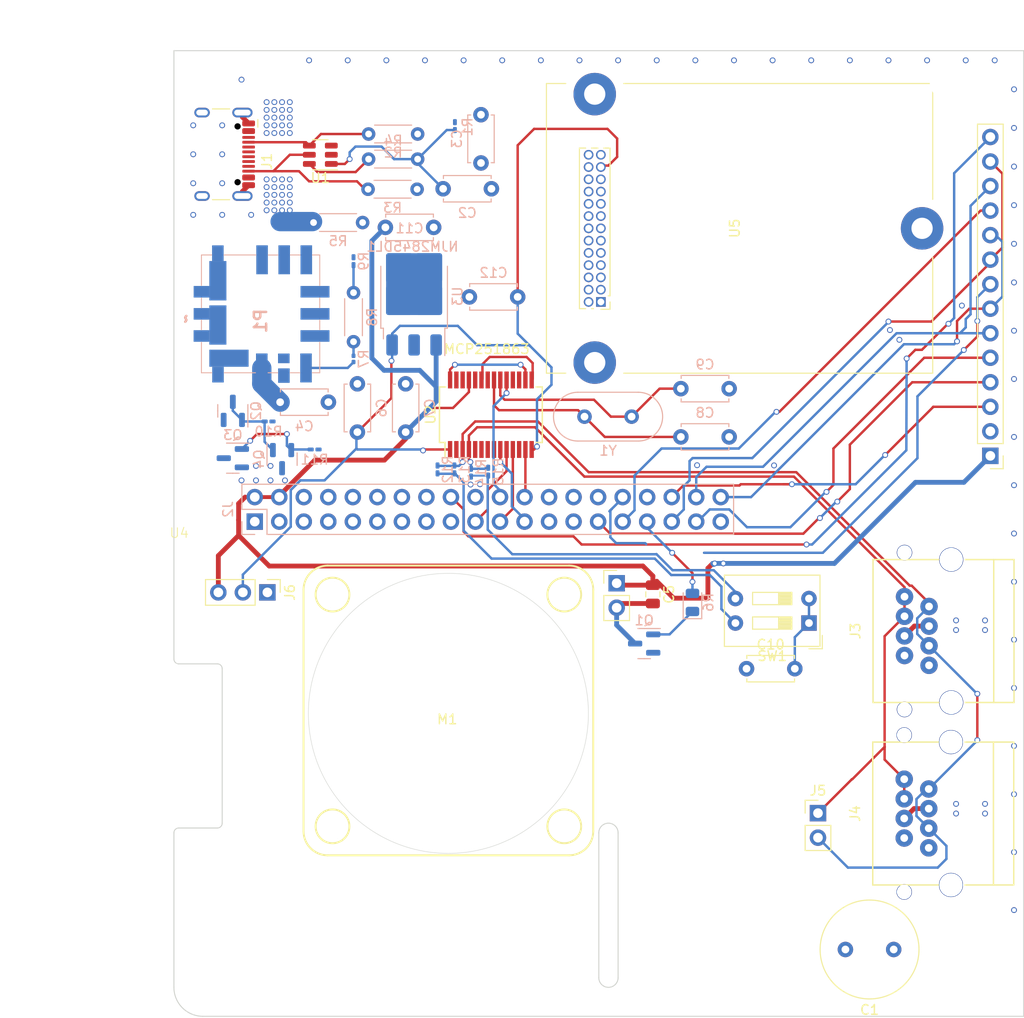
<source format=kicad_pcb>
(kicad_pcb (version 20221018) (generator pcbnew)
  (layers (0 "F.Cu" signal) (31 "B.Cu" signal) (34 "B.Paste" user) (35 "F.Paste" user) (36 "B.SilkS" user "B.Silkscreen") (37 "F.SilkS" user "F.Silkscreen") (38 "B.Mask" user) (39 "F.Mask" user) (44 "Edge.Cuts" user))
  (net 0 "")
  (net 1 "+3.3V")
  (net 2 "+5V")
  (net 3 "/GPIO2{slash}SDA1")
  (net 4 "/GPIO3{slash}SCL1")
  (net 5 "GND")
  (net 6 "/GPIO4{slash}GPCLK0")
  (net 7 "/GPIO14{slash}TXD0")
  (net 8 "/GPIO15{slash}RXD0")
  (net 9 "/GPIO17")
  (net 10 "/GPIO18{slash}PCM.CLK")
  (net 11 "/GPIO27")
  (net 12 "/GPIO22")
  (net 13 "/GPIO23")
  (net 14 "SPI0.MOSI")
  (net 15 "SPI0.MISO")
  (net 16 "INT")
  (net 17 "SPI0.SCLK")
  (net 18 "SPI0.CE0")
  (net 19 "/GPIO7{slash}SPI0.CE1")
  (net 20 "/ID_SDA")
  (net 21 "/ID_SCL")
  (net 22 "SPI1.CE0")
  (net 23 "SPI1.MOSI")
  (net 24 "SPI1.SCLK")
  (net 25 "Net-(U1-VDD)")
  (net 26 "Net-(U2-OSC1)")
  (net 27 "Net-(U2-OSC2)")
  (net 28 "Net-(C10-Pad2)")
  (net 29 "+12V")
  (net 30 "/canfd/CANH")
  (net 31 "Net-(J1-CC1)")
  (net 38 "Net-(Q1-B)")
  (net 39 "Net-(Q3-G)")
  (net 40 "Net-(U1-CFG)")
  (net 41 "Net-(R7-Pad2)")
  (net 42 "Net-(R8-Pad2)")
  (net 43 "Net-(R12-Pad1)")
  (net 44 "TXCAN")
  (net 45 "RXCAN")
  (net 52 "Net-(P1-Sence)")
  (net 53 "Net-(P1-Trim)")
  (net 54 "Net-(Q2-B)")
  (net 58 "Net-(R14-Pad1)")
  (net 59 "GPIO13{slash}PWM1")
  (net 61 "Net-(M1--)")
  (net 62 "unconnected-(J2-Pin_1-Pad1)")
  (net 63 "SPI1.CE1")
  (net 64 "D{slash}C")
  (net 65 "RESET")
  (net 66 "IRQ")
  (net 67 "LED")
  (net 68 "/canfd/CANL")
  (net 70 "Net-(J1-CC2)")
  (net 71 "SPI1.MISO")
  (footprint "Connector_PinHeader_2.54mm:PinHeader_1x03_P2.54mm_Vertical" (layer "F.Cu") (at 117.83 109.95 -90)
    (fp_text reference "J6")
    (fp_text value "Conn_01x03_Socket")
  )
  (footprint "Capacitor_THT:C_Disc_D4.7mm_W2.5mm_P5.00mm" (layer "F.Cu") (at 167.45 117.85)
    (fp_text reference "C10")
    (fp_text value "4700pF")
  )
  (footprint "akiRJ45:7810-8P8C" (layer "F.Cu") (at 186.32 132.85 90)
    (fp_text reference "J4")
    (fp_text value "RJ45")
  )
  (footprint "screw:M3" (layer "F.Cu") (at 148.6 110.2)
    (fp_text reference "S2" hide)
    (fp_text value "M3")
  )
  (footprint "pihat_cooling:fan_30mm" (layer "F.Cu") (at 136.56544 122.16736)
    (fp_text reference "M1")
    (fp_text value "Fan")
  )
  (footprint "MountingHole:MountingHole_2.7mm_M2.5" (layer "F.Cu") (at 111.65 101.35)
    (fp_text reference "MH1" hide)
    (fp_text value "MountingHole_2.7mm_M2.5" hide)
  )
  (footprint "screw:M3" (layer "F.Cu") (at 124.57494 110.17686)
    (fp_text reference "S1" hide)
    (fp_text value "M3")
  )
  (footprint "" (layer "F.Cu") (at 187.78 57.29)
    (fp_text reference "")
    (fp_text value "")
  )
  (footprint "Capacitor_THT:C_Radial_D10.0mm_H12.5mm_P5.00mm" (layer "F.Cu") (at 182.69 146.93 180)
    (fp_text reference "C1")
    (fp_text value "1000μF")
  )
  (footprint "MSP2807:MSP2807" (layer "F.Cu") (at 192.7 104.3)
    (fp_text reference "U4")
    (fp_text value "MSP2807")
  )
  (footprint "screw:M3" (layer "F.Cu") (at 124.6 134.15)
    (fp_text reference "S3" hide)
    (fp_text value "M3")
  )
  (footprint "screw:M3" (layer "F.Cu") (at 148.55 134.2)
    (fp_text reference "S4" hide)
    (fp_text value "M3")
  )
  (footprint "MountingHole:MountingHole_2.7mm_M2.5" (layer "F.Cu") (at 169.65 101.35)
    (fp_text reference "MH2" hide)
    (fp_text value "MountingHole_2.7mm_M2.5" hide)
  )
  (footprint "akiRJ45:7810-8P8C" (layer "F.Cu") (at 186.35 113.95 90)
    (fp_text reference "J3")
    (fp_text value "RJ45")
  )
  (footprint "MountingHole:MountingHole_2.7mm_M2.5" (layer "F.Cu") (at 169.65 150.35)
    (fp_text reference "MH4" hide)
    (fp_text value "MountingHole_2.7mm_M2.5" hide)
  )
  (footprint "Connector_PinHeader_2.54mm:PinHeader_1x02_P2.54mm_Vertical" (layer "F.Cu") (at 174.85 132.81)
    (fp_text reference "J5")
    (fp_text value "Conn_01x02_Socket")
  )
  (footprint "" (layer "F.Cu") (at 111.7 57.3)
    (fp_text reference "")
    (fp_text value "")
  )
  (footprint "MountingHole:MountingHole_2.7mm_M2.5" (layer "F.Cu") (at 111.65 150.35)
    (fp_text reference "MH3" hide)
    (fp_text value "MountingHole_2.7mm_M2.5" hide)
  )
  (footprint "Connector_USB:USB_C_Receptacle_HCTL_HC-TYPE-C-16P-01A" (layer "F.Cu") (at 112.14 64.58 -90)
    (fp_text reference "J1")
    (fp_text value "USB_C_Receptacle_USB2.0")
  )
  (footprint "Package_SO:SSOP-28_5.3x10.2mm_P0.65mm" (layer "F.Cu") (at 140.975 91.55 90)
    (fp_text reference "U2")
    (fp_text value "MCP251863")
  )
  (footprint "Capacitor_SMD:C_0805_2012Metric" (layer "F.Cu") (at 157.75 110.15 -90)
    (fp_text reference "C5")
    (fp_text value "100nF")
  )
  (footprint "Package_TO_SOT_SMD:SOT-23-6" (layer "F.Cu") (at 123.3125 64.63 180)
    (fp_text reference "U1")
    (fp_text value "CH221K" hide)
  )
  (footprint "interplan:IM920(IM920c_ADP)" (layer "F.Cu") (at 166.73 72.25 -90)
    (fp_text reference "U5")
    (fp_text value "IM920c_ADP_IM920conn")
  )
  (footprint "Button_Switch_THT:SW_DIP_SPSTx02_Slide_9.78x7.26mm_W7.62mm_P2.54mm" (layer "F.Cu") (at 173.9175 113.125 180)
    (fp_text reference "SW1")
    (fp_text value "SW_DIP_x02")
  )
  (footprint "" (layer "F.Cu") (at 187.77 101.32)
    (fp_text reference "")
    (fp_text value "")
  )
  (footprint "Capacitor_THT:C_Disc_D4.7mm_W2.5mm_P5.00mm" (layer "B.Cu") (at 130.05 72.15)
    (fp_text reference "C11")
    (fp_text value "0.33μF")
  )
  (footprint "Resistor_SMD:R_0201_0603Metric_Pad0.64x0.40mm_HandSolder" (layer "B.Cu") (at 126.75 75.65 90)
    (fp_text reference "R9")
    (fp_text value "10Ω")
  )
  (footprint "okL:OKLT6W12NC" (layer "B.Cu") (at 111 75.005 -90)
    (fp_text reference "P1")
    (fp_text value "~")
  )
  (footprint "Resistor_THT:R_Axial_DIN0204_L3.6mm_D1.6mm_P5.08mm_Horizontal" (layer "B.Cu") (at 126.75 83.99 90)
    (fp_text reference "R8")
    (fp_text value "330Ω")
  )
  (footprint "Resistor_THT:R_Axial_DIN0204_L3.6mm_D1.6mm_P5.08mm_Horizontal" (layer "B.Cu") (at 128.255 68.2)
    (fp_text reference "R3")
    (fp_text value "5.1kΩ")
  )
  (footprint "Package_TO_SOT_SMD:SOT-23" (layer "B.Cu") (at 156.85 115.25 180)
    (fp_text reference "Q1")
    (fp_text value "MMBT3904")
  )
  (footprint "Resistor_SMD:R_0201_0603Metric_Pad0.64x0.40mm_HandSolder" (layer "B.Cu") (at 137.25 61.66 -90)
    (fp_text reference "R1")
    (fp_text value "1kΩ")
  )
  (footprint "Capacitor_THT:C_Disc_D4.7mm_W2.5mm_P5.00mm" (layer "B.Cu") (at 143.75 79.35 180)
    (fp_text reference "C12")
    (fp_text value "2.2µF ")
  )
  (footprint "Resistor_SMD:R_0201_0603Metric_Pad0.64x0.40mm_HandSolder" (layer "B.Cu") (at 137.2 97.2175 90)
    (fp_text reference "R13")
    (fp_text value "120Ω")
  )
  (footprint "Package_TO_SOT_SMD:TO-252-3_TabPin2" (layer "B.Cu") (at 133.025 79.285 90)
    (fp_text reference "U3")
    (fp_text value "NJM2845DL1")
  )
  (footprint "Resistor_SMD:R_0201_0603Metric_Pad0.64x0.40mm_HandSolder" (layer "B.Cu") (at 138.92 97.55 90)
    (fp_text reference "R14")
    (fp_text value "120Ω")
  )
  (footprint "Diode_SMD:D_0805_2012Metric" (layer "B.Cu") (at 161.85 110.9875 90)
    (fp_text reference "R6")
    (fp_text value "100")
  )
  (footprint "Resistor_SMD:R_0201_0603Metric" (layer "B.Cu") (at 126.75 85.77 90)
    (fp_text reference "R7")
    (fp_text value "1kΩ")
  )
  (footprint "Resistor_THT:R_Axial_DIN0204_L3.6mm_D1.6mm_P5.08mm_Horizontal" (layer "B.Cu") (at 122.61 71.65)
    (fp_text reference "R5")
    (fp_text value "20KΩ")
  )
  (footprint "Resistor_THT:R_Axial_DIN0204_L3.6mm_D1.6mm_P5.08mm_Horizontal" (layer "B.Cu") (at 128.31 62.48)
    (fp_text reference "R2")
    (fp_text value "5.1kΩ")
  )
  (footprint "Capacitor_THT:C_Disc_D4.7mm_W2.5mm_P5.00mm" (layer "B.Cu") (at 132.15 93.35 90)
    (fp_text reference "C7")
    (fp_text value "0.1μF")
  )
  (footprint "Capacitor_THT:C_Disc_D4.7mm_W2.5mm_P5.00mm" (layer "B.Cu") (at 136.03 68.15)
    (fp_text reference "C2")
    (fp_text value "1μF")
  )
  (footprint "Package_TO_SOT_SMD:SOT-23" (layer "B.Cu") (at 119.35 96.15 -90)
    (fp_text reference "Q4")
    (fp_text value "MMBT3906")
  )
  (footprint "Capacitor_THT:C_Disc_D4.7mm_W2.5mm_P5.00mm" (layer "B.Cu") (at 127.15 93.35 90)
    (fp_text reference "C6")
    (fp_text value "0.1μF")
  )
  (footprint "Resistor_SMD:R_0201_0603Metric_Pad0.64x0.40mm_HandSolder" (layer "B.Cu") (at 140.7 97.45 90)
    (fp_text reference "R15")
    (fp_text value "120Ω")
  )
  (footprint "Package_TO_SOT_SMD:SOT-23" (layer "B.Cu") (at 114.25 96.05 180)
    (fp_text reference "Q3")
    (fp_text value "SSM3J332R")
  )
  (footprint "Resistor_SMD:R_0201_0603Metric_Pad0.64x0.40mm_HandSolder" (layer "B.Cu") (at 135.45 97.2175 90)
    (fp_text reference "R12")
    (fp_text value "120Ω")
  )
  (footprint "Resistor_SMD:R_0201_0603Metric_Pad0.64x0.40mm_HandSolder" (layer "B.Cu") (at 122.7175 95.15)
    (fp_text reference "R11")
    (fp_text value "10KΩ")
  )
  (footprint "Crystal:Crystal_HC49-U_Vertical" (layer "B.Cu") (at 150.67 91.75)
    (fp_text reference "Y1")
    (fp_text value "4MHz")
  )
  (footprint "Capacitor_THT:C_Disc_D4.7mm_W2.5mm_P5.00mm" (layer "B.Cu") (at 165.65 93.85 180)
    (fp_text reference "C8")
    (fp_text value "22pF")
  )
  (footprint "Capacitor_THT:C_Disc_D4.7mm_W2.5mm_P5.00mm" (layer "B.Cu") (at 139.95 60.48 -90)
    (fp_text reference "C3")
    (fp_text value "0.1μF")
  )
  (footprint "Capacitor_THT:C_Disc_D4.7mm_W2.5mm_P5.00mm" (layer "B.Cu") (at 119.15 90.25)
    (fp_text reference "C4")
    (fp_text value "10μF")
  )
  (footprint "Resistor_SMD:R_0201_0603Metric_Pad0.64x0.40mm_HandSolder" (layer "B.Cu") (at 117.95 92.25)
    (fp_text reference "R10")
    (fp_text value "10KΩ")
  )
  (footprint "Connector_PinSocket_2.54mm:PinSocket_2x20_P2.54mm_Vertical" (layer "B.Cu") (at 116.52 102.62 -90)
    (fp_text reference "J2")
    (fp_text value "GPIO")
  )
  (footprint "Resistor_THT:R_Axial_DIN0204_L3.6mm_D1.6mm_P5.08mm_Horizontal" (layer "B.Cu") (at 133.39 65.08 180)
    (fp_text reference "R4")
    (fp_text value "47kΩ")
  )
  (footprint "Package_TO_SOT_SMD:SOT-23" (layer "B.Cu") (at 114.25 91.15 90)
    (fp_text reference "Q2")
    (fp_text value "MMBT3906")
  )
  (footprint "Capacitor_THT:C_Disc_D4.7mm_W2.5mm_P5.00mm" (layer "B.Cu") (at 165.65 88.85 180)
    (fp_text reference "C9")
    (fp_text value "22pF")
  )
  (gr_line (start 108.15 134.85) (end 108.15 150.85) (stroke (width 0.1)) (layer "Edge.Cuts"))
  (gr_line (start 113.15 117.85) (end 113.15 133.85) (stroke (width 0.1)) (layer "Edge.Cuts"))
  (gr_arc (start 154.15 149.85) (mid 153.15 150.85) (end 152.15 149.85) (stroke (width 0.1)) (layer "Edge.Cuts"))
  (gr_arc (start 152.15 134.85) (mid 153.15 133.85) (end 154.15 134.85) (stroke (width 0.1)) (layer "Edge.Cuts"))
  (gr_line (start 108.65 117.35) (end 112.65 117.35) (stroke (width 0.1)) (layer "Edge.Cuts"))
  (gr_circle (center 136.57494 122.47686) (end 151.07494 122.47686) (stroke (width 0.05)) (fill none) (layer "Edge.Cuts"))
  (gr_arc (start 108.65 117.35) (mid 108.296447 117.203553) (end 108.15 116.85) (stroke (width 0.1)) (layer "Edge.Cuts"))
  (gr_arc (start 112.65 117.35) (mid 113.003548 117.496452) (end 113.15 117.85) (stroke (width 0.1)) (layer "Edge.Cuts"))
  (gr_line (start 108.15 53.85) (end 196.15 53.85) (stroke (width 0.1)) (layer "Edge.Cuts"))
  (gr_arc (start 111.15 153.85) (mid 109.02868 152.97132) (end 108.15 150.85) (stroke (width 0.1)) (layer "Edge.Cuts"))
  (gr_line (start 154.15 134.85) (end 154.15 149.85) (stroke (width 0.1)) (layer "Edge.Cuts"))
  (gr_arc (start 113.15 133.85) (mid 113.003553 134.203553) (end 112.65 134.35) (stroke (width 0.1)) (layer "Edge.Cuts"))
  (gr_line (start 108.15 116.85) (end 108.15 53.85) (stroke (width 0.1)) (layer "Edge.Cuts"))
  (gr_line (start 196.15 153.85) (end 111.15 153.85) (stroke (width 0.1)) (layer "Edge.Cuts"))
  (gr_line (start 196.15 153.85) (end 196.15 53.85) (stroke (width 0.1)) (layer "Edge.Cuts"))
  (gr_line (start 152.15 149.85) (end 152.15 134.85) (stroke (width 0.1)) (layer "Edge.Cuts"))
  (gr_arc (start 108.15 134.85) (mid 108.296138 134.496755) (end 108.649127 134.350001) (stroke (width 0.1)) (layer "Edge.Cuts"))
  (gr_line (start 112.65 134.35) (end 108.65 134.35) (stroke (width 0.1)) (layer "Edge.Cuts"))
  (segment (start 130.68 86.11) (end 130.68 85.97) (width 0.25) (layer "F.Cu") (net 1))
  (segment (start 145.45 95.15) (end 145.2 95.15) (width 0.25) (layer "F.Cu") (net 1))
  (segment (start 130.67 89.83) (end 130.67 86.1) (width 0.25) (layer "F.Cu") (net 1))
  (segment (start 152.515 65.75) (end 153.15 65.75) (width 0.25) (layer "F.Cu") (net 1))
  (segment (start 143.75 63.65) (end 143.75 79.35) (width 0.25) (layer "F.Cu") (net 1))
  (segment (start 145.45 61.95) (end 143.75 63.65) (width 0.25) (layer "F.Cu") (net 1))
  (segment (start 127.15 93.35) (end 130.67 89.83) (width 0.25) (layer "F.Cu") (net 1))
  (segment (start 130.54 85.97) (end 130.64 86.07) (width 0.25) (layer "F.Cu") (net 1))
  (segment (start 130.68 85.97) (end 130.54 85.97) (width 0.25) (layer "F.Cu") (net 1))
  (segment (start 153.05 61.95) (end 145.45 61.95) (width 0.25) (layer "F.Cu") (net 1))
  (segment (start 133.95 95.25) (end 134.05 95.15) (width 0.25) (layer "F.Cu") (net 1))
  (segment (start 130.67 86.1) (end 130.68 86.11) (width 0.25) (layer "F.Cu") (net 1))
  (segment (start 153.15 65.75) (end 154.05 64.85) (width 0.25) (layer "F.Cu") (net 1))
  (segment (start 152.365 65.9) (end 152.515 65.75) (width 0.25) (layer "F.Cu") (net 1))
  (segment (start 145.75 94.85) (end 145.45 95.15) (width 0.25) (layer "F.Cu") (net 1))
  (segment (start 154.05 64.85) (end 154.05 62.95) (width 0.25) (layer "F.Cu") (net 1))
  (segment (start 154.05 62.95) (end 153.05 61.95) (width 0.25) (layer "F.Cu") (net 1))
  (segment (start 134.05 95.15) (end 136.75 95.15) (width 0.25) (layer "F.Cu") (net 1))
  (via (at 130.68 85.97) (size 0.6) (drill 0.4) (layers "F.Cu" "B.Cu") (net 1))
  (via (at 133.95 95.25) (size 0.6) (drill 0.4) (layers "F.Cu" "B.Cu") (net 1))
  (via (at 145.75 94.85) (size 0.6) (drill 0.4) (layers "F.Cu" "B.Cu") (net 1))
  (segment (start 147.25 88.45) (end 147.25 86.65) (width 0.25) (layer "B.Cu") (net 1))
  (segment (start 139.55 84.35) (end 137.55 82.35) (width 0.25) (layer "B.Cu") (net 1))
  (segment (start 130.75 84.32) (end 130.745 84.325) (width 0.25) (layer "B.Cu") (net 1))
  (segment (start 147.25 86.65) (end 144.95 84.35) (width 0.25) (layer "B.Cu") (net 1))
  (segment (start 123.75 98.35) (end 127.05 95.05) (width 0.25) (layer "B.Cu") (net 1))
  (segment (start 145.75 94.85) (end 145.75 89.95) (width 0.25) (layer "B.Cu") (net 1))
  (segment (start 144.95 84.35) (end 139.55 84.35) (width 0.25) (layer "B.Cu") (net 1))
  (segment (start 127.15 95.15) (end 133.85 95.15) (width 0.25) (layer "B.Cu") (net 1))
  (segment (start 133.85 95.15) (end 133.95 95.25) (width 0.25) (layer "B.Cu") (net 1))
  (segment (start 143.75 83.15) (end 145.05 84.45) (width 0.25) (layer "B.Cu") (net 1))
  (segment (start 120.25 103.15) (end 120.25 99.35) (width 0.25) (layer "B.Cu") (net 1))
  (segment (start 127.05 95.05) (end 127.15 95.15) (width 0.25) (layer "B.Cu") (net 1))
  (segment (start 115.29 108.11) (end 120.25 103.15) (width 0.25) (layer "B.Cu") (net 1))
  (segment (start 131.55 82.35) (end 130.75 83.15) (width 0.25) (layer "B.Cu") (net 1))
  (segment (start 143.75 79.35) (end 143.75 83.15) (width 0.25) (layer "B.Cu") (net 1))
  (segment (start 130.68 85.97) (end 130.745 85.905) (width 0.25) (layer "B.Cu") (net 1))
  (segment (start 115.29 109.95) (end 115.29 108.11) (width 0.25) (layer "B.Cu") (net 1))
  (segment (start 130.745 85.905) (end 130.745 84.325) (width 0.25) (layer "B.Cu") (net 1))
  (segment (start 145.75 89.95) (end 147.25 88.45) (width 0.25) (layer "B.Cu") (net 1))
  (segment (start 121.25 98.35) (end 123.75 98.35) (width 0.25) (layer "B.Cu") (net 1))
  (segment (start 120.25 99.35) (end 121.25 98.35) (width 0.25) (layer "B.Cu") (net 1))
  (segment (start 127.05 95.05) (end 127.05 93.45) (width 0.25) (layer "B.Cu") (net 1))
  (segment (start 130.75 83.15) (end 130.75 84.32) (width 0.25) (layer "B.Cu") (net 1))
  (segment (start 137.55 82.35) (end 131.55 82.35) (width 0.25) (layer "B.Cu") (net 1))
  (segment (start 132.15 94.05) (end 129.95 96.25) (width 0.5) (layer "F.Cu") (net 2))
  (segment (start 122.75 96.25) (end 119.06 99.94) (width 0.5) (layer "F.Cu") (net 2))
  (segment (start 115.52 100.08) (end 114.85 100.75) (width 0.5) (layer "F.Cu") (net 2))
  (segment (start 114.85 104.05) (end 118.02 107.22) (width 0.5) (layer "F.Cu") (net 2))
  (segment (start 116.52 100.08) (end 119.06 100.08) (width 0.4) (layer "F.Cu") (net 2))
  (segment (start 132.15 93.35) (end 132.15 94.05) (width 0.25) (layer "F.Cu") (net 2))
  (segment (start 138.7 89.2) (end 138.7 87.95) (width 0.25) (layer "F.Cu") (net 2))
  (segment (start 119.06 99.94) (end 119.06 100.08) (width 0.5) (layer "F.Cu") (net 2))
  (segment (start 137.05 90.85) (end 138.7 89.2) (width 0.25) (layer "F.Cu") (net 2))
  (segment (start 114.85 102.45) (end 114.85 104.05) (width 0.5) (layer "F.Cu") (net 2))
  (segment (start 163.45 110.55) (end 159.9 110.55) (width 0.5) (layer "F.Cu") (net 2))
  (segment (start 158.15 108.8) (end 157.75 109.2) (width 0.5) (layer "F.Cu") (net 2))
  (segment (start 114.85 100.75) (end 114.85 102.45) (width 0.5) (layer "F.Cu") (net 2))
  (segment (start 129.95 96.25) (end 122.75 96.25) (width 0.5) (layer "F.Cu") (net 2))
  (segment (start 119.06 100.08) (end 119.12 100.08) (width 0.25) (layer "F.Cu") (net 2))
  (segment (start 157.75 109.2) (end 154.2 109.2) (width 0.5) (layer "F.Cu") (net 2))
  (segment (start 157.75 108.25) (end 157.75 108.7) (width 0.5) (layer "F.Cu") (net 2))
  (segment (start 116.52 100.08) (end 115.52 100.08) (width 0.25) (layer "F.Cu") (net 2))
  (segment (start 154.2 109.2) (end 154 109) (width 0.25) (layer "F.Cu") (net 2))
  (segment (start 134.65 90.85) (end 137.05 90.85) (width 0.25) (layer "F.Cu") (net 2))
  (segment (start 118.02 107.22) (end 156.72 107.22) (width 0.5) (layer "F.Cu") (net 2))
  (segment (start 132.15 93.35) (end 134.65 90.85) (width 0.25) (layer "F.Cu") (net 2))
  (segment (start 114.85 104.05) (end 112.75 106.15) (width 0.5) (layer "F.Cu") (net 2))
  (segment (start 159.9 110.55) (end 158.15 108.8) (width 0.5) (layer "F.Cu") (net 2))
  (segment (start 163.45 107.45) (end 163.45 110.55) (width 0.5) (layer "F.Cu") (net 2))
  (segment (start 163.95 106.95) (end 163.45 107.45) (width 0.5) (layer "F.Cu") (net 2))
  (segment (start 112.75 106.15) (end 112.75 109.95) (width 0.5) (layer "F.Cu") (net 2))
  (segment (start 156.72 107.22) (end 157.75 108.25) (width 0.5) (layer "F.Cu") (net 2))
  (via (at 118.15 98.35) (size 0.6) (drill 0.4) (layers "F.Cu" "B.Cu") (net 2))
  (via (at 165.05 106.95) (size 0.6) (drill 0.4) (layers "F.Cu" "B.Cu") (net 2))
  (via (at 119.65 98.35) (size 0.6) (drill 0.4) (layers "F.Cu" "B.Cu") (net 2))
  (via (at 118.15 96.85) (size 0.6) (drill 0.4) (layers "F.Cu" "B.Cu") (net 2))
  (via (at 164.15 106.95) (size 0.6) (drill 0.4) (layers "F.Cu" "B.Cu") (net 2))
  (via (at 116.65 98.35) (size 0.6) (drill 0.4) (layers "F.Cu" "B.Cu") (net 2))
  (via (at 116.65 96.85) (size 0.6) (drill 0.4) (layers "F.Cu" "B.Cu") (net 2))
  (via (at 115.15 98.35) (size 0.6) (drill 0.4) (layers "F.Cu" "B.Cu") (net 2))
  (segment (start 135.305 88.65) (end 133.605 86.95) (width 0.5) (layer "B.Cu") (net 2))
  (segment (start 128.65 85.69) (end 128.65 73.55) (width 0.5) (layer "B.Cu") (net 2))
  (segment (start 133.605 86.95) (end 129.91 86.95) (width 0.5) (layer "B.Cu") (net 2))
  (segment (start 189.96 98.55) (end 192.7 95.81) (width 0.5) (layer "B.Cu") (net 2))
  (segment (start 132.15 93.35) (end 135.305 90.195) (width 0.5) (layer "B.Cu") (net 2))
  (segment (start 128.65 73.55) (end 130.05 72.15) (width 0.5) (layer "B.Cu") (net 2))
  (segment (start 129.91 86.95) (end 128.65 85.69) (width 0.5) (layer "B.Cu") (net 2))
  (segment (start 184.95 98.55) (end 189.96 98.55) (width 0.5) (layer "B.Cu") (net 2))
  (segment (start 164.15 106.95) (end 165.05 106.95) (width 0.5) (layer "B.Cu") (net 2))
  (segment (start 135.305 90.195) (end 135.305 84.325) (width 0.5) (layer "B.Cu") (net 2))
  (segment (start 176.55 106.95) (end 184.95 98.55) (width 0.5) (layer "B.Cu") (net 2))
  (segment (start 164.05 107.05) (end 164.15 106.95) (width 0.5) (layer "B.Cu") (net 2))
  (segment (start 163.95 106.95) (end 164.05 107.05) (width 0.5) (layer "B.Cu") (net 2))
  (segment (start 165.05 106.95) (end 176.55 106.95) (width 0.5) (layer "B.Cu") (net 2))
  (segment (start 115.255 68.9) (end 115.255 68.42) (width 0.5) (layer "F.Cu") (net 5))
  (segment (start 115.255 60.74) (end 115.895 61.38) (width 0.5) (layer "F.Cu") (net 5))
  (segment (start 115.255 60.26) (end 115.255 60.74) (width 0.5) (layer "F.Cu") (net 5))
  (segment (start 115.255 68.42) (end 115.895 67.78) (width 0.5) (layer "F.Cu") (net 5))
  (via (at 113.15 64.58) (size 0.6) (drill 0.4) (layers "F.Cu" "B.Cu") (net 5))
  (via (at 113.15 67.58) (size 0.6) (drill 0.4) (layers "F.Cu" "B.Cu") (net 5))
  (via (at 138.87 98.78) (size 0.6) (drill 0.4) (layers "F.Cu" "B.Cu") (net 5))
  (via (at 182.3 82.78) (size 0.6) (drill 0.4) (layers "F.Cu" "B.Cu") (net 5))
  (via (at 110.15 61.58) (size 0.6) (drill 0.4) (layers "F.Cu" "B.Cu") (net 5))
  (via (at 139.85 98.75) (size 0.6) (drill 0.4) (layers "F.Cu" "B.Cu") (net 5))
  (via (at 110.15 67.58) (size 0.6) (drill 0.4) (layers "F.Cu" "B.Cu") (net 5))
  (via (at 115.15 56.85) (size 0.6) (drill 0.4) (layers "F.Cu" "B.Cu") (net 5))
  (via (at 113.15 61.58) (size 0.6) (drill 0.4) (layers "F.Cu" "B.Cu") (net 5))
  (via (at 170.3 96.8) (size 0.6) (drill 0.4) (layers "F.Cu" "B.Cu") (net 5))
  (via (at 162.33 96.78) (size 0.6) (drill 0.4) (layers "F.Cu" "B.Cu") (net 5))
  (via (at 110.15 64.58) (size 0.6) (drill 0.4) (layers "F.Cu" "B.Cu") (net 5))
  (via (at 189.75 80.25) (size 0.6) (drill 0.4) (layers "F.Cu" "B.Cu") (net 5))
  (via (at 183.28 83.79) (size 0.6) (drill 0.4) (layers "F.Cu" "B.Cu") (net 5))
  (segment (start 140.65 101.35) (end 139.38 102.62) (width 0.25) (layer "F.Cu") (net 14))
  (segment (start 142.6 95.15) (end 142.6 97.4) (width 0.25) (layer "F.Cu") (net 14))
  (segment (start 142.6 97.4) (end 140.65 99.35) (width 0.25) (layer "F.Cu") (net 14))
  (segment (start 140.65 99.35) (end 140.65 101.35) (width 0.25) (layer "F.Cu") (net 14))
  (segment (start 141.92 102.62) (end 143.25 101.29) (width 0.25) (layer "F.Cu") (net 15))
  (segment (start 143.25 101.29) (end 143.25 98.25) (width 0.25) (layer "F.Cu") (net 15))
  (segment (start 143.25 95.15) (end 143.25 97.45) (width 0.25) (layer "F.Cu") (net 15))
  (segment (start 143.25 98.25) (end 143.25 97.45) (width 0.25) (layer "F.Cu") (net 15))
  (segment (start 142.6 89.3075) (end 142.6 87.95) (width 0.25) (layer "F.Cu") (net 16))
  (via (at 142.6 89.3075) (size 0.6) (drill 0.4) (layers "F.Cu" "B.Cu") (net 16))
  (segment (start 141.25 98.7175) (end 141.85 99.3175) (width 0.25) (layer "B.Cu") (net 16))
  (segment (start 141.25 90.6575) (end 141.25 98.7175) (width 0.25) (layer "B.Cu") (net 16))
  (segment (start 142.6 89.3075) (end 141.25 90.6575) (width 0.25) (layer "B.Cu") (net 16))
  (segment (start 141.95 95.15) (end 141.95 96.45) (width 0.25) (layer "F.Cu") (net 17))
  (via (at 141.95 96.45) (size 0.6) (drill 0.4) (layers "F.Cu" "B.Cu") (net 17))
  (segment (start 143.15 97.65) (end 141.95 96.45) (width 0.25) (layer "B.Cu") (net 17))
  (segment (start 144.46 102.36) (end 143.35 101.25) (width 0.25) (layer "B.Cu") (net 17))
  (segment (start 143.15 101.05) (end 143.15 97.65) (width 0.25) (layer "B.Cu") (net 17))
  (segment (start 144.46 102.62) (end 144.46 102.36) (width 0.25) (layer "B.Cu") (net 17))
  (segment (start 143.35 101.25) (end 143.15 101.05) (width 0.25) (layer "B.Cu") (net 17))
  (segment (start 144.55 99.99) (end 144.46 100.08) (width 0.25) (layer "F.Cu") (net 18))
  (segment (start 144.55 95.15) (end 144.55 99.99) (width 0.25) (layer "F.Cu") (net 18))
  (segment (start 160.9 98.88) (end 159.7 100.08) (width 0.25) (layer "F.Cu") (net 22))
  (segment (start 172.15 98.75) (end 166.85 98.75) (width 0.25) (layer "F.Cu") (net 22))
  (segment (start 192.7 90.73) (end 186.79 90.73) (width 0.25) (layer "F.Cu") (net 22))
  (segment (start 166.85 98.75) (end 166.72 98.88) (width 0.25) (layer "F.Cu") (net 22))
  (segment (start 186.75 90.78) (end 181.81 95.72) (width 0.25) (layer "F.Cu") (net 22))
  (segment (start 186.79 90.73) (end 186.75 90.77) (width 0.25) (layer "F.Cu") (net 22))
  (segment (start 166.72 98.88) (end 160.9 98.88) (width 0.25) (layer "F.Cu") (net 22))
  (segment (start 172.15 98.75) (end 171.25 98.75) (width 0.25) (layer "F.Cu") (net 22))
  (segment (start 186.75 90.77) (end 186.75 90.78) (width 0.25) (layer "F.Cu") (net 22))
  (via (at 181.81 95.72) (size 0.6) (drill 0.4) (layers "F.Cu" "B.Cu") (net 22))
  (via (at 172.15 98.75) (size 0.6) (drill 0.4) (layers "F.Cu" "B.Cu") (net 22))
  (segment (start 172.15 98.75) (end 178.75 98.75) (width 0.25) (layer "B.Cu") (net 22))
  (segment (start 181.81 95.72) (end 181.81 95.69) (width 0.25) (layer "B.Cu") (net 22))
  (segment (start 181.78 95.72) (end 181.81 95.72) (width 0.25) (layer "B.Cu") (net 22))
  (segment (start 178.75 98.75) (end 181.78 95.72) (width 0.25) (layer "B.Cu") (net 22))
  (segment (start 162.24 98.01) (end 162.24 100.08) (width 0.25) (layer "B.Cu") (net 23))
  (segment (start 190.15 81.65) (end 190.15 82.51) (width 0.25) (layer "B.Cu") (net 23))
  (segment (start 163.31 96.94) (end 162.24 98.01) (width 0.25) (layer "B.Cu") (net 23))
  (segment (start 169.16 96.94) (end 163.31 96.94) (width 0.25) (layer "B.Cu") (net 23))
  (segment (start 190.65 81.15) (end 190.15 81.65) (width 0.25) (layer "B.Cu") (net 23))
  (segment (start 190.65 69.92) (end 190.65 81.15) (width 0.25) (layer "B.Cu") (net 23))
  (segment (start 182.99 83.11) (end 169.16 96.94) (width 0.25) (layer "B.Cu") (net 23))
  (segment (start 189.55 83.11) (end 182.99 83.11) (width 0.25) (layer "B.Cu") (net 23))
  (segment (start 192.7 83.11) (end 189.55 83.11) (width 0.25) (layer "B.Cu") (net 23))
  (segment (start 190.15 82.51) (end 189.55 83.11) (width 0.25) (layer "B.Cu") (net 23))
  (segment (start 192.7 67.87) (end 190.65 69.92) (width 0.25) (layer "B.Cu") (net 23))
  (segment (start 189.25 83.95) (end 189.25 81.85) (width 0.25) (layer "F.Cu") (net 24))
  (segment (start 190.53 80.57) (end 192.7 80.57) (width 0.25) (layer "F.Cu") (net 24))
  (segment (start 189.25 81.85) (end 190.53 80.57) (width 0.25) (layer "F.Cu") (net 24))
  (via (at 189.25 83.95) (size 0.6) (drill 0.4) (layers "F.Cu" "B.Cu") (net 24))
  (segment (start 188.95 84.25) (end 183.75 84.25) (width 0.25) (layer "B.Cu") (net 24))
  (segment (start 193.95 79.32) (end 192.7 80.57) (width 0.25) (layer "B.Cu") (net 24))
  (segment (start 189.25 83.95) (end 188.95 84.25) (width 0.25) (layer "B.Cu") (net 24))
  (segment (start 193.25 72.95) (end 193.95 73.65) (width 0.25) (layer "B.Cu") (net 24))
  (segment (start 167.92 100.08) (end 164.78 100.08) (width 0.25) (layer "B.Cu") (net 24))
  (segment (start 183.75 84.25) (end 167.92 100.08) (width 0.25) (layer "B.Cu") (net 24))
  (segment (start 192.7 72.95) (end 193.25 72.95) (width 0.25) (layer "B.Cu") (net 24))
  (segment (start 193.95 73.65) (end 193.95 79.32) (width 0.25) (layer "B.Cu") (net 24))
  (segment (start 135.65 67.78) (end 136.05 67.78) (width 0.25) (layer "F.Cu") (net 25))
  (segment (start 126.35 65.08) (end 125.85 65.58) (width 0.25) (layer "F.Cu") (net 25))
  (segment (start 133.39 65.08) (end 133.39 65.52) (width 0.25) (layer "F.Cu") (net 25))
  (segment (start 125.85 65.58) (end 124.45 65.58) (width 0.25) (layer "F.Cu") (net 25))
  (via (at 126.35 65.08) (size 0.6) (drill 0.4) (layers "F.Cu" "B.Cu") (net 25))
  (segment (start 136.05 68.17) (end 136.05 68.18) (width 0.25) (layer "B.Cu") (net 25))
  (segment (start 133.39 65.08) (end 136.4025 62.0675) (width 0.25) (layer "B.Cu") (net 25))
  (segment (start 126.95 63.78) (end 129.65 63.78) (width 0.25) (layer "B.Cu") (net 25))
  (segment (start 130.95 65.08) (end 133.39 65.08) (width 0.25) (layer "B.Cu") (net 25))
  (segment (start 136.4025 62.0675) (end 137.25 62.0675) (width 0.25) (layer "B.Cu") (net 25))
  (segment (start 126.35 64.38) (end 126.95 63.78) (width 0.25) (layer "B.Cu") (net 25))
  (segment (start 126.35 65.08) (end 126.35 64.38) (width 0.25) (layer "B.Cu") (net 25))
  (segment (start 137.25 62.0675) (end 137.17 61.9875) (width 0.25) (layer "B.Cu") (net 25))
  (segment (start 133.39 65.51) (end 136.05 68.17) (width 0.25) (layer "B.Cu") (net 25))
  (segment (start 133.39 65.08) (end 133.39 65.51) (width 0.25) (layer "B.Cu") (net 25))
  (segment (start 129.65 63.78) (end 130.95 65.08) (width 0.25) (layer "B.Cu") (net 25))
  (segment (start 141.3 90.57) (end 141.81 91.08) (width 0.25) (layer "F.Cu") (net 26))
  (segment (start 150 91.08) (end 150.67 91.75) (width 0.25) (layer "F.Cu") (net 26))
  (segment (start 141.81 91.08) (end 150 91.08) (width 0.25) (layer "F.Cu") (net 26))
  (segment (start 152.77 93.85) (end 150.67 91.75) (width 0.25) (layer "F.Cu") (net 26))
  (segment (start 141.3 87.95) (end 141.3 90.57) (width 0.25) (layer "F.Cu") (net 26))
  (segment (start 160.65 93.85) (end 152.77 93.85) (width 0.25) (layer "F.Cu") (net 26))
  (segment (start 160.53 93.73) (end 160.65 93.85) (width 0.25) (layer "F.Cu") (net 26))
  (segment (start 141.95 89.55) (end 141.95 87.95) (width 0.25) (layer "F.Cu") (net 27))
  (segment (start 142.4 90) (end 141.95 89.55) (width 0.25) (layer "F.Cu") (net 27))
  (segment (start 153.4 91.75) (end 155.55 91.75) (width 0.25) (layer "F.Cu") (net 27))
  (segment (start 155.55 91.75) (end 158.45 88.85) (width 0.25) (layer "F.Cu") (net 27))
  (segment (start 158.45 88.85) (end 160.65 88.85) (width 0.25) (layer "F.Cu") (net 27))
  (segment (start 151.65 90) (end 142.4 90) (width 0.25) (layer "F.Cu") (net 27))
  (segment (start 151.65 90) (end 153.4 91.75) (width 0.25) (layer "F.Cu") (net 27))
  (segment (start 172.45 117.55) (end 172.45 114.5925) (width 0.25) (layer "B.Cu") (net 28))
  (segment (start 172.45 114.5925) (end 173.9175 113.125) (width 0.25) (layer "B.Cu") (net 28))
  (segment (start 173.9175 113.125) (end 173.9175 110.585) (width 0.25) (layer "B.Cu") (net 28))
  (segment (start 184.826 113.442) (end 183.81 114.458) (width 0.5) (layer "F.Cu") (net 29))
  (segment (start 186.32 132.342) (end 184.796 132.342) (width 0.5) (layer "F.Cu") (net 29))
  (segment (start 186.35 113.442) (end 184.826 113.442) (width 0.5) (layer "F.Cu") (net 29))
  (segment (start 184.796 132.342) (end 183.78 133.358) (width 0.5) (layer "F.Cu") (net 29))
  (via (at 195.15 103.85) (size 0.6) (drill 0.4) (layers "F.Cu" "B.Cu") (net 29))
  (via (at 195.15 65.85) (size 0.6) (drill 0.4) (layers "F.Cu" "B.Cu") (net 29))
  (via (at 195.15 82.85) (size 0.6) (drill 0.4) (layers "F.Cu" "B.Cu") (net 29))
  (via (at 195.15 77.85) (size 0.6) (drill 0.4) (layers "F.Cu" "B.Cu") (net 29))
  (via (at 189.15 132.85) (size 0.6) (drill 0.4) (layers "F.Cu" "B.Cu") (net 29))
  (via (at 134.15 54.85) (size 0.6) (drill 0.4) (layers "F.Cu" "B.Cu") (net 29))
  (via (at 195.15 114.85) (size 0.6) (drill 0.4) (layers "F.Cu" "B.Cu") (net 29))
  (via (at 118.55 67.18) (size 0.6) (drill 0.4) (layers "F.Cu" "B.Cu") (net 29))
  (via (at 119.35 70.38) (size 0.6) (drill 0.4) (layers "F.Cu" "B.Cu") (net 29))
  (via (at 174.15 54.85) (size 0.6) (drill 0.4) (layers "F.Cu" "B.Cu") (net 29))
  (via (at 120.15 68.78) (size 0.6) (drill 0.4) (layers "F.Cu" "B.Cu") (net 29))
  (via (at 195.15 98.85) (size 0.6) (drill 0.4) (layers "F.Cu" "B.Cu") (net 29))
  (via (at 118.55 61.58) (size 0.6) (drill 0.4) (layers "F.Cu" "B.Cu") (net 29))
  (via (at 116.15 70.85) (size 0.6) (drill 0.4) (layers "F.Cu" "B.Cu") (net 29))
  (via (at 182.15 54.85) (size 0.6) (drill 0.4) (layers "F.Cu" "B.Cu") (net 29))
  (via (at 195.15 119.85) (size 0.6) (drill 0.4) (layers "F.Cu" "B.Cu") (net 29))
  (via (at 120.15 60.78) (size 0.6) (drill 0.4) (layers "F.Cu" "B.Cu") (net 29))
  (via (at 142.15 54.85) (size 0.6) (drill 0.4) (layers "F.Cu" "B.Cu") (net 29))
  (via (at 195.15 136.85) (size 0.6) (drill 0.4) (layers "F.Cu" "B.Cu") (net 29))
  (via (at 192.15 113.85) (size 0.6) (drill 0.4) (layers "F.Cu" "B.Cu") (net 29))
  (via (at 110.15 70.85) (size 0.6) (drill 0.4) (layers "F.Cu" "B.Cu") (net 29))
  (via (at 117.75 59.18) (size 0.6) (drill 0.4) (layers "F.Cu" "B.Cu") (net 29))
  (via (at 195.15 69.85) (size 0.6) (drill 0.4) (layers "F.Cu" "B.Cu") (net 29))
  (via (at 119.35 60.78) (size 0.6) (drill 0.4) (layers "F.Cu" "B.Cu") (net 29))
  (via (at 195.15 108.85) (size 0.6) (drill 0.4) (layers "F.Cu" "B.Cu") (net 29))
  (via (at 119.35 67.98) (size 0.6) (drill 0.4) (layers "F.Cu" "B.Cu") (net 29))
  (via (at 195.15 93.85) (size 0.6) (drill 0.4) (layers "F.Cu" "B.Cu") (net 29))
  (via (at 122.15 54.85) (size 0.6) (drill 0.4) (layers "F.Cu" "B.Cu") (net 29))
  (via (at 193.15 54.85) (size 0.6) (drill 0.4) (layers "F.Cu" "B.Cu") (net 29))
  (via (at 150.15 54.85) (size 0.6) (drill 0.4) (layers "F.Cu" "B.Cu") (net 29))
  (via (at 117.75 68.78) (size 0.6) (drill 0.4) (layers "F.Cu" "B.Cu") (net 29))
  (via (at 130.15 54.85) (size 0.6) (drill 0.4) (layers "F.Cu" "B.Cu") (net 29))
  (via (at 120.15 70.38) (size 0.6) (drill 0.4) (layers "F.Cu" "B.Cu") (net 29))
  (via (at 138.15 54.85) (size 0.6) (drill 0.4) (layers "F.Cu" "B.Cu") (net 29))
  (via (at 120.15 67.18) (size 0.6) (drill 0.4) (layers "F.Cu" "B.Cu") (net 29))
  (via (at 158.15 54.85) (size 0.6) (drill 0.4) (layers "F.Cu" "B.Cu") (net 29))
  (via (at 117.75 62.38) (size 0.6) (drill 0.4) (layers "F.Cu" "B.Cu") (net 29))
  (via (at 195.15 87.85) (size 0.6) (drill 0.4) (layers "F.Cu" "B.Cu") (net 29))
  (via (at 126.15 54.85) (size 0.6) (drill 0.4) (layers "F.Cu" "B.Cu") (net 29))
  (via (at 189.15 112.85) (size 0.6) (drill 0.4) (layers "F.Cu" "B.Cu") (net 29))
  (via (at 113.15 70.85) (size 0.6) (drill 0.4) (layers "F.Cu" "B.Cu") (net 29))
  (via (at 117.75 67.98) (size 0.6) (drill 0.4) (layers "F.Cu" "B.Cu") (net 29))
  (via (at 119.35 68.78) (size 0.6) (drill 0.4) (layers "F.Cu" "B.Cu") (net 29))
  (via (at 118.55 70.38) (size 0.6) (drill 0.4) (layers "F.Cu" "B.Cu") (net 29))
  (via (at 192.15 112.85) (size 0.6) (drill 0.4) (layers "F.Cu" "B.Cu") (net 29))
  (via (at 119.35 62.38) (size 0.6) (drill 0.4) (layers "F.Cu" "B.Cu") (net 29))
  (via (at 189.15 131.85) (size 0.6) (drill 0.4) (layers "F.Cu" "B.Cu") (net 29))
  (via (at 170.15 54.85) (size 0.6) (drill 0.4) (layers "F.Cu" "B.Cu") (net 29))
  (via (at 117.75 61.58) (size 0.6) (drill 0.4) (layers "F.Cu" "B.Cu") (net 29))
  (via (at 118.55 67.98) (size 0.6) (drill 0.4) (layers "F.Cu" "B.Cu") (net 29))
  (via (at 192.15 132.85) (size 0.6) (drill 0.4) (layers "F.Cu" "B.Cu") (net 29))
  (via (at 195.15 125.85) (size 0.6) (drill 0.4) (layers "F.Cu" "B.Cu") (net 29))
  (via (at 119.35 61.58) (size 0.6) (drill 0.4) (layers "F.Cu" "B.Cu") (net 29))
  (via (at 154.15 54.85) (size 0.6) (drill 0.4) (layers "F.Cu" "B.Cu") (net 29))
  (via (at 120.15 59.18) (size 0.6) (drill 0.4) (layers "F.Cu" "B.Cu") (net 29))
  (via (at 117.75 60.78) (size 0.6) (drill 0.4) (layers "F.Cu" "B.Cu") (net 29))
  (via (at 195.15 61.85) (size 0.6) (drill 0.4) (layers "F.Cu" "B.Cu") (net 29))
  (via (at 178.15 54.85) (size 0.6) (drill 0.4) (layers "F.Cu" "B.Cu") (net 29))
  (via (at 119.35 59.98) (size 0.6) (drill 0.4) (layers "F.Cu" "B.Cu") (net 29))
  (via (at 192.15 131.85) (size 0.6) (drill 0.4) (layers "F.Cu" "B.Cu") (net 29))
  (via (at 120.15 69.58) (size 0.6) (drill 0.4) (layers "F.Cu" "B.Cu") (net 29))
  (via (at 186.15 54.85) (size 0.6) (drill 0.4) (layers "F.Cu" "B.Cu") (net 29))
  (via (at 120.15 59.98) (size 0.6) (drill 0.4) (layers "F.Cu" "B.Cu") (net 29))
  (via (at 118.55 62.38) (size 0.6) (drill 0.4) (layers "F.Cu" "B.Cu") (net 29))
  (via (at 118.55 60.78) (size 0.6) (drill 0.4) (layers "F.Cu" "B.Cu") (net 29))
  (via (at 118.55 68.78) (size 0.6) (drill 0.4) (layers "F.Cu" "B.Cu") (net 29))
  (via (at 195.15 57.85) (size 0.6) (drill 0.4) (layers "F.Cu" "B.Cu") (net 29))
  (via (at 120.15 62.38) (size 0.6) (drill 0.4) (layers "F.Cu" "B.Cu") (net 29))
  (via (at 195.15 73.85) (size 0.6) (drill 0.4) (layers "F.Cu" "B.Cu") (net 29))
  (via (at 119.35 59.18) (size 0.6) (drill 0.4) (layers "F.Cu" "B.Cu") (net 29))
  (via (at 117.75 70.38) (size 0.6) (drill 0.4) (layers "F.Cu" "B.Cu") (net 29))
  (via (at 190.15 54.85) (size 0.6) (drill 0.4) (layers "F.Cu" "B.Cu") (net 29))
  (via (at 117.75 69.58) (size 0.6) (drill 0.4) (layers "F.Cu" "B.Cu") (net 29))
  (via (at 119.35 67.18) (size 0.6) (drill 0.4) (layers "F.Cu" "B.Cu") (net 29))
  (via (at 195.15 142.85) (size 0.6) (drill 0.4) (layers "F.Cu" "B.Cu") (net 29))
  (via (at 120.15 61.58) (size 0.6) (drill 0.4) (layers "F.Cu" "B.Cu") (net 29))
  (via (at 117.75 59.98) (size 0.6) (drill 0.4) (layers "F.Cu" "B.Cu") (net 29))
  (via (at 146.15 54.85) (size 0.6) (drill 0.4) (layers "F.Cu" "B.Cu") (net 29))
  (via (at 120.15 67.98) (size 0.6) (drill 0.4) (layers "F.Cu" "B.Cu") (net 29))
  (via (at 119.35 69.58) (size 0.6) (drill 0.4) (layers "F.Cu" "B.Cu") (net 29))
  (via (at 166.15 54.85) (size 0.6) (drill 0.4) (layers "F.Cu" "B.Cu") (net 29))
  (via (at 189.15 113.85) (size 0.6) (drill 0.4) (layers "F.Cu" "B.Cu") (net 29))
  (via (at 118.55 69.58) (size 0.6) (drill 0.4) (layers "F.Cu" "B.Cu") (net 29))
  (via (at 162.15 54.85) (size 0.6) (drill 0.4) (layers "F.Cu" "B.Cu") (net 29))
  (via (at 118.55 59.18) (size 0.6) (drill 0.4) (layers "F.Cu" "B.Cu") (net 29))
  (via (at 118.55 59.98) (size 0.6) (drill 0.4) (layers "F.Cu" "B.Cu") (net 29))
  (via (at 117.75 67.18) (size 0.6) (drill 0.4) (layers "F.Cu" "B.Cu") (net 29))
  (via (at 195.15 130.85) (size 0.6) (drill 0.4) (layers "F.Cu" "B.Cu") (net 29))
  (segment (start 122.51 71.55) (end 122.61 71.45) (width 0.25) (layer "B.Cu") (net 29))
  (segment (start 119.15 71.55) (end 122.51 71.55) (width 2) (layer "B.Cu") (net 29))
  (segment (start 181.75 114.486) (end 181.75 125.95) (width 0.25) (layer "F.Cu") (net 30))
  (segment (start 138.7 95.15) (end 138.7 93.7) (width 0.25) (layer "F.Cu") (net 30))
  (segment (start 183.81 110.394) (end 183.81 112.426) (width 0.25) (layer "F.Cu") (net 30))
  (segment (start 183.81 112.426) (end 181.75 114.486) (width 0.25) (layer "F.Cu") (net 30))
  (segment (start 183.78 129.294) (end 183.78 131.326) (width 0.25) (layer "F.Cu") (net 30))
  (segment (start 181.75 127.264) (end 183.78 129.294) (width 0.25) (layer "F.Cu") (net 30))
  (segment (start 178.406 129.294) (end 181.75 125.95) (width 0.25) (layer "F.Cu") (net 30))
  (segment (start 138.85 96.55) (end 138.75 96.45) (width 0.25) (layer "F.Cu") (net 30))
  (segment (start 178.366 129.294) (end 178.406 129.294) (width 0.25) (layer "F.Cu") (net 30))
  (segment (start 138.7 96.4) (end 138.75 96.45) (width 0.25) (layer "F.Cu") (net 30))
  (segment (start 178.366 129.294) (end 174.85 132.81) (width 0.25) (layer "F.Cu") (net 30))
  (segment (start 172.36 97.96) (end 183.81 109.41) (width 0.25) (layer "F.Cu") (net 30))
  (segment (start 138.7 93.7) (end 139.55 92.85) (width 0.25) (layer "F.Cu") (net 30))
  (segment (start 145.55 92.85) (end 150.66 97.96) (width 0.25) (layer "F.Cu") (net 30))
  (segment (start 139.55 92.85) (end 145.55 92.85) (width 0.25) (layer "F.Cu") (net 30))
  (segment (start 138.85 96.45) (end 138.85 96.55) (width 0.25) (layer "F.Cu") (net 30))
  (segment (start 138.7 95.15) (end 138.7 96.4) (width 0.25) (layer "F.Cu") (net 30))
  (segment (start 138.75 96.45) (end 138.85 96.45) (width 0.25) (layer "F.Cu") (net 30))
  (segment (start 183.81 109.41) (end 183.81 110.394) (width 0.25) (layer "F.Cu") (net 30))
  (segment (start 181.75 125.95) (end 181.75 127.264) (width 0.25) (layer "F.Cu") (net 30))
  (segment (start 150.66 97.96) (end 172.36 97.96) (width 0.25) (layer "F.Cu") (net 30))
  (via (at 138.85 96.45) (size 0.6) (drill 0.4) (layers "F.Cu" "B.Cu") (net 30))
  (segment (start 140.35 97.15) (end 140.65 96.85) (width 0.25) (layer "B.Cu") (net 30))
  (segment (start 138.92 96.52) (end 138.92 97.1425) (width 0.25) (layer "B.Cu") (net 30))
  (segment (start 138.92 97.1425) (end 138.9275 97.15) (width 0.25) (layer "B.Cu") (net 30))
  (segment (start 138.85 96.45) (end 138.92 96.52) (width 0.25) (layer "B.Cu") (net 30))
  (segment (start 138.9275 97.15) (end 140.35 97.15) (width 0.25) (layer "B.Cu") (net 30))
  (segment (start 121.825 63.33) (end 122.175 63.68) (width 0.25) (layer "F.Cu") (net 31))
  (segment (start 123.375 62.48) (end 128.31 62.48) (width 0.25) (layer "F.Cu") (net 31))
  (segment (start 115.895 63.33) (end 121.825 63.33) (width 0.25) (layer "F.Cu") (net 31))
  (segment (start 122.175 63.68) (end 123.375 62.48) (width 0.25) (layer "F.Cu") (net 31))
  (segment (start 161.85 111.925) (end 159.475 114.3) (width 0.25) (layer "B.Cu") (net 38))
  (segment (start 159.475 114.3) (end 157.7875 114.3) (width 0.25) (layer "B.Cu") (net 38))
  (segment (start 116.05 94.25) (end 116.75 93.55) (width 0.25) (layer "F.Cu") (net 39))
  (segment (start 116.75 93.55) (end 119.85 93.55) (width 0.25) (layer "F.Cu") (net 39))
  (via (at 119.85 93.55) (size 0.6) (drill 0.4) (layers "F.Cu" "B.Cu") (net 39))
  (via (at 116.05 94.25) (size 0.6) (drill 0.4) (layers "F.Cu" "B.Cu") (net 39))
  (segment (start 119.85 94.7625) (end 120.3 95.2125) (width 0.25) (layer "B.Cu") (net 39))
  (segment (start 115.1875 95.1) (end 116.0375 94.25) (width 0.25) (layer "B.Cu") (net 39))
  (segment (start 120.3625 95.15) (end 120.3 95.2125) (width 0.25) (layer "B.Cu") (net 39))
  (segment (start 122.31 95.15) (end 120.3625 95.15) (width 0.25) (layer "B.Cu") (net 39))
  (segment (start 119.85 93.55) (end 119.85 94.7625) (width 0.25) (layer "B.Cu") (net 39))
  (segment (start 128.31 65.08) (end 126.97 66.42) (width 0.25) (layer "F.Cu") (net 40))
  (segment (start 123.015 66.42) (end 122.175 65.58) (width 0.25) (layer "F.Cu") (net 40))
  (segment (start 126.97 66.42) (end 123.015 66.42) (width 0.25) (layer "F.Cu") (net 40))
  (segment (start 126.75 83.99) (end 126.75 85.45) (width 0.25) (layer "B.Cu") (net 41))
  (segment (start 126.75 76.0575) (end 126.75 78.91) (width 0.25) (layer "B.Cu") (net 42))
  (segment (start 137.325 97.665) (end 137.325 97.725) (width 0.25) (layer "B.Cu") (net 43))
  (segment (start 159.65 108.15) (end 163.65 108.15) (width 0.25) (layer "B.Cu") (net 43))
  (segment (start 164.85 111.6775) (end 166.2975 113.125) (width 0.25) (layer "B.Cu") (net 43))
  (segment (start 140.75 106.15) (end 141.05 106.45) (width 0.25) (layer "B.Cu") (net 43))
  (segment (start 138.15 98.55) (end 138.15 103.55) (width 0.25) (layer "B.Cu") (net 43))
  (segment (start 135.575 97.665) (end 137.325 97.665) (width 0.25) (layer "B.Cu") (net 43))
  (segment (start 164.85 109.35) (end 164.85 111.6775) (width 0.25) (layer "B.Cu") (net 43))
  (segment (start 141.05 106.45) (end 157.95 106.45) (width 0.25) (layer "B.Cu") (net 43))
  (segment (start 163.65 108.15) (end 164.85 109.35) (width 0.25) (layer "B.Cu") (net 43))
  (segment (start 138.15 103.55) (end 140.75 106.15) (width 0.25) (layer "B.Cu") (net 43))
  (segment (start 137.325 97.725) (end 138.15 98.55) (width 0.25) (layer "B.Cu") (net 43))
  (segment (start 157.95 106.45) (end 159.65 108.15) (width 0.25) (layer "B.Cu") (net 43))
  (segment (start 145.3 86.2) (end 144.67 85.57) (width 0.25) (layer "F.Cu") (net 44))
  (segment (start 144.67 85.57) (end 140.85 85.57) (width 0.25) (layer "F.Cu") (net 44))
  (segment (start 140.1 86.32) (end 140.1 87.87) (width 0.25) (layer "F.Cu") (net 44))
  (segment (start 145.3 87.87) (end 145.3 86.2) (width 0.25) (layer "F.Cu") (net 44))
  (segment (start 140.85 85.57) (end 140.1 86.32) (width 0.25) (layer "F.Cu") (net 44))
  (segment (start 144.55 87.95) (end 144.55 86.85) (width 0.25) (layer "F.Cu") (net 45))
  (segment (start 136.75 87.95) (end 136.75 86.85) (width 0.25) (layer "F.Cu") (net 45))
  (segment (start 144.55 86.85) (end 144.07 86.37) (width 0.25) (layer "F.Cu") (net 45))
  (segment (start 136.85 86.77) (end 137.25 86.37) (width 0.25) (layer "F.Cu") (net 45))
  (segment (start 144.07 86.37) (end 144.05 86.37) (width 0.25) (layer "F.Cu") (net 45))
  (via (at 137.25 86.37) (size 0.6) (drill 0.4) (layers "F.Cu" "B.Cu") (net 45))
  (via (at 144.05 86.37) (size 0.6) (drill 0.4) (layers "F.Cu" "B.Cu") (net 45))
  (segment (start 144.05 86.37) (end 137.25 86.37) (width 0.25) (layer "B.Cu") (net 45))
  (segment (start 117.25 88.35) (end 119.15 90.25) (width 2) (layer "B.Cu") (net 52))
  (segment (start 117.25 86.705) (end 117.25 88.35) (width 2) (layer "B.Cu") (net 52))
  (segment (start 126.75 86.09) (end 126.75 86.105) (width 0.25) (layer "B.Cu") (net 53))
  (segment (start 126.15 86.705) (end 121.83 86.705) (width 0.25) (layer "B.Cu") (net 53))
  (segment (start 126.75 86.105) (end 126.15 86.705) (width 0.25) (layer "B.Cu") (net 53))
  (segment (start 114.25 91.1375) (end 115.2 92.0875) (width 0.25) (layer "B.Cu") (net 54))
  (segment (start 117.5425 92.25) (end 117.5425 94.355) (width 0.25) (layer "B.Cu") (net 54))
  (segment (start 117.5425 94.355) (end 118.4 95.2125) (width 0.25) (layer "B.Cu") (net 54))
  (segment (start 115.2 92.0875) (end 115.3625 92.25) (width 0.25) (layer "B.Cu") (net 54))
  (segment (start 114.25 90.2125) (end 114.25 91.1375) (width 0.25) (layer "B.Cu") (net 54))
  (segment (start 115.275 92.0875) (end 115.2 92.0875) (width 0.25) (layer "B.Cu") (net 54))
  (segment (start 115.3625 92.25) (end 117.5425 92.25) (width 0.25) (layer "B.Cu") (net 54))
  (segment (start 158.118198 105.981802) (end 159.786396 107.65) (width 0.25) (layer "B.Cu") (net 58))
  (segment (start 143.2 106) (end 140.65 103.45) (width 0.25) (layer "B.Cu") (net 58))
  (segment (start 158.118198 105.981802) (end 158.1 106) (width 0.25) (layer "B.Cu") (net 58))
  (segment (start 159.786396 107.65) (end 164.05 107.65) (width 0.25) (layer "B.Cu") (net 58))
  (segment (start 158.1 106) (end 143.2 106) (width 0.25) (layer "B.Cu") (net 58))
  (segment (start 140.7 97.8575) (end 139.02 97.8575) (width 0.2) (layer "B.Cu") (net 58))
  (segment (start 164.05 107.65) (end 166.2975 109.8975) (width 0.25) (layer "B.Cu") (net 58))
  (segment (start 166.2975 109.8975) (end 166.2975 110.585) (width 0.25) (layer "B.Cu") (net 58))
  (segment (start 140.65 103.45) (end 140.65 97.65) (width 0.25) (layer "B.Cu") (net 58))
  (segment (start 139.02 97.8575) (end 138.92 97.9575) (width 0.2) (layer "B.Cu") (net 58))
  (segment (start 161.85 107.95) (end 161.85 108.85) (width 0.25) (layer "F.Cu") (net 59))
  (segment (start 159.85 105.95) (end 159.75 105.85) (width 0.25) (layer "F.Cu") (net 59))
  (segment (start 159.75 105.85) (end 161.85 107.95) (width 0.25) (layer "F.Cu") (net 59))
  (segment (start 157.16 102.62) (end 157.16 103.26) (width 0.25) (layer "F.Cu") (net 59))
  (via (at 159.75 105.85) (size 0.6) (drill 0.4) (layers "F.Cu" "B.Cu") (net 59))
  (via (at 161.85 108.85) (size 0.6) (drill 0.4) (layers "F.Cu" "B.Cu") (net 59))
  (segment (start 161.85 108.85) (end 161.85 110.05) (width 0.25) (layer "B.Cu") (net 59))
  (segment (start 157.16 103.26) (end 159.75 105.85) (width 0.25) (layer "B.Cu") (net 59))
  (segment (start 157.16 102.62) (end 157.16 103.26) (width 0.25) (layer "B.Cu") (net 59))
  (segment (start 154.44 111.1) (end 157.75 111.1) (width 0.5) (layer "F.Cu") (net 61))
  (segment (start 154 111.54) (end 154.44 111.1) (width 0.25) (layer "F.Cu") (net 61))
  (segment (start 154 113.3375) (end 155.9125 115.25) (width 0.5) (layer "B.Cu") (net 61))
  (segment (start 154 111.54) (end 154 113.3375) (width 0.5) (layer "B.Cu") (net 61))
  (segment (start 116.52 102.62) (end 116.65 102.75) (width 0.25) (layer "B.Cu") (net 62))
  (segment (start 191.69 70.41) (end 192.7 70.41) (width 0.25) (layer "F.Cu") (net 63))
  (segment (start 170.85 91.25) (end 191.69 70.41) (width 0.25) (layer "F.Cu") (net 63))
  (segment (start 170.55 91.25) (end 170.85 91.25) (width 0.25) (layer "F.Cu") (net 63))
  (via (at 170.55 91.25) (size 0.6) (drill 0.4) (layers "F.Cu" "B.Cu") (net 63))
  (segment (start 155.85 101.45) (end 154.68 102.62) (width 0.25) (layer "B.Cu") (net 63))
  (segment (start 158.65 95.05) (end 155.85 97.85) (width 0.25) (layer "B.Cu") (net 63))
  (segment (start 154.68 102.62) (end 154.62 102.62) (width 0.25) (layer "B.Cu") (net 63))
  (segment (start 155.85 97.85) (end 155.85 101.45) (width 0.25) (layer "B.Cu") (net 63))
  (segment (start 166.65 95.05) (end 158.65 95.05) (width 0.25) (layer "B.Cu") (net 63))
  (segment (start 170.55 91.25) (end 170.45 91.25) (width 0.25) (layer "B.Cu") (net 63))
  (segment (start 170.45 91.25) (end 166.65 95.05) (width 0.25) (layer "B.Cu") (net 63))
  (segment (start 176.45 98.82) (end 176.45 95.05) (width 0.25) (layer "F.Cu") (net 64))
  (segment (start 185.85 85.65) (end 192.7 85.65) (width 0.25) (layer "F.Cu") (net 64))
  (segment (start 176.45 95.05) (end 185.85 85.65) (width 0.25) (layer "F.Cu") (net 64))
  (segment (start 175.73 99.54) (end 176.45 98.82) (width 0.25) (layer "F.Cu") (net 64))
  (via (at 175.73 99.54) (size 0.6) (drill 0.4) (layers "F.Cu" "B.Cu") (net 64))
  (segment (start 175.65 99.54) (end 171.99 103.2) (width 0.25) (layer "B.Cu") (net 64))
  (segment (start 171.99 103.2) (end 167.5 103.2) (width 0.25) (layer "B.Cu") (net 64))
  (segment (start 165.66 101.36) (end 163.64 101.36) (width 0.25) (layer "B.Cu") (net 64))
  (segment (start 163.64 101.36) (end 162.38 102.62) (width 0.25) (layer "B.Cu") (net 64))
  (segment (start 175.73 99.54) (end 175.65 99.54) (width 0.25) (layer "B.Cu") (net 64))
  (segment (start 162.38 102.62) (end 162.24 102.62) (width 0.25) (layer "B.Cu") (net 64))
  (segment (start 167.5 103.2) (end 165.66 101.36) (width 0.25) (layer "B.Cu") (net 64))
  (segment (start 153.33 103.87) (end 173.33 103.87) (width 0.25) (layer "F.Cu") (net 65))
  (segment (start 178.15 99.25) (end 178.15 94.65) (width 0.25) (layer "F.Cu") (net 65))
  (segment (start 152.08 102.62) (end 153.33 103.87) (width 0.25) (layer "F.Cu") (net 65))
  (segment (start 175.05 102.15) (end 175.05 102.15) (width 0.25) (layer "F.Cu") (net 65))
  (segment (start 175.05 102.25) (end 175.05 102.15) (width 0.25) (layer "F.Cu") (net 65))
  (segment (start 173.33 103.87) (end 174.95 102.25) (width 0.25) (layer "F.Cu") (net 65))
  (segment (start 178.15 94.65) (end 184.61 88.19) (width 0.25) (layer "F.Cu") (net 65))
  (segment (start 176.85 100.55) (end 178.15 99.25) (width 0.25) (layer "F.Cu") (net 65))
  (segment (start 174.95 102.25) (end 175.05 102.25) (width 0.25) (layer "F.Cu") (net 65))
  (segment (start 184.61 88.19) (end 192.7 88.19) (width 0.25) (layer "F.Cu") (net 65))
  (via (at 175.05 102.25) (size 0.6) (drill 0.4) (layers "F.Cu" "B.Cu") (net 65))
  (via (at 176.85 100.55) (size 0.6) (drill 0.4) (layers "F.Cu" "B.Cu") (net 65))
  (segment (start 176.85 100.55) (end 176.85 100.45) (width 0.25) (layer "B.Cu") (net 65))
  (segment (start 176.85 100.45) (end 176.75 100.55) (width 0.25) (layer "B.Cu") (net 65))
  (segment (start 176.75 100.55) (end 176.85 100.55) (width 0.25) (layer "B.Cu") (net 65))
  (segment (start 175.05 102.25) (end 176.75 100.55) (width 0.25) (layer "B.Cu") (net 65))
  (segment (start 184.93 84.83) (end 184.03 85.73) (width 0.25) (layer "F.Cu") (net 66))
  (segment (start 173.66 104.99) (end 150.37 104.99) (width 0.25) (layer "F.Cu") (net 66))
  (segment (start 149.53 104.15) (end 138.65 104.15) (width 0.25) (layer "F.Cu") (net 66))
  (segment (start 150.37 104.99) (end 149.53 104.15) (width 0.25) (layer "F.Cu") (net 66))
  (segment (start 188.36 82.13) (end 188.31 82.13) (width 0.25) (layer "F.Cu") (net 66))
  (segment (start 138.15 101.35) (end 136.88 100.08) (width 0.25) (layer "F.Cu") (net 66))
  (segment (start 138.15 103.65) (end 138.15 101.35) (width 0.25) (layer "F.Cu") (net 66))
  (segment (start 188.31 82.13) (end 185.61 84.83) (width 0.25) (layer "F.Cu") (net 66))
  (segment (start 185.61 84.83) (end 184.93 84.83) (width 0.25) (layer "F.Cu") (net 66))
  (segment (start 136.88 100.08) (end 136.84 100.08) (width 0.25) (layer "F.Cu") (net 66))
  (segment (start 138.65 104.15) (end 138.15 103.65) (width 0.25) (layer "F.Cu") (net 66))
  (via (at 173.66 104.99) (size 0.6) (drill 0.4) (layers "F.Cu" "B.Cu") (net 66))
  (via (at 188.36 82.13) (size 0.6) (drill 0.4) (layers "F.Cu" "B.Cu") (net 66))
  (via (at 184.03 85.73) (size 0.6) (drill 0.4) (layers "F.Cu" "B.Cu") (net 66))
  (segment (start 184 95.23) (end 184.03 85.73) (width 0.25) (layer "B.Cu") (net 66))
  (segment (start 181.115 98.115) (end 184 95.23) (width 0.25) (layer "B.Cu") (net 66))
  (segment (start 188.95 66.54) (end 192.7 62.79) (width 0.25) (layer "B.Cu") (net 66))
  (segment (start 188.36 82.13) (end 188.95 81.54) (width 0.25) (layer "B.Cu") (net 66))
  (segment (start 174.24 104.99) (end 173.66 104.99) (width 0.25) (layer "B.Cu") (net 66))
  (segment (start 181.115 98.115) (end 174.24 104.99) (width 0.25) (layer "B.Cu") (net 66))
  (segment (start 184.03 85.73) (end 184 86.05) (width 0.25) (layer "B.Cu") (net 66))
  (segment (start 188.95 81.54) (end 188.95 66.54) (width 0.25) (layer "B.Cu") (net 66))
  (segment (start 191.35 81.85) (end 191.35 83.45) (width 0.25) (layer "F.Cu") (net 67))
  (segment (start 191.35 83.45) (end 189.95 84.85) (width 0.25) (layer "F.Cu") (net 67))
  (via (at 189.95 84.85) (size 0.6) (drill 0.4) (layers "F.Cu" "B.Cu") (net 67))
  (via (at 191.35 81.85) (size 0.6) (drill 0.4) (layers "F.Cu" "B.Cu") (net 67))
  (segment (start 191.35 79.38) (end 192.7 78.03) (width 0.25) (layer "B.Cu") (net 67))
  (segment (start 175.35 105.85) (end 163.05 105.85) (width 0.25) (layer "B.Cu") (net 67))
  (segment (start 189.95 84.85) (end 185.15 89.65) (width 0.25) (layer "B.Cu") (net 67))
  (segment (start 191.35 81.85) (end 191.35 79.38) (width 0.25) (layer "B.Cu") (net 67))
  (segment (start 154.62 100.18) (end 153.5 101.3) (width 0.25) (layer "B.Cu") (net 67))
  (segment (start 153.35 104.25) (end 153.95 104.85) (width 0.25) (layer "B.Cu") (net 67))
  (segment (start 156.95 104.85) (end 157.05 104.95) (width 0.25) (layer "B.Cu") (net 67))
  (segment (start 153.35 101.45) (end 153.35 104.25) (width 0.25) (layer "B.Cu") (net 67))
  (segment (start 153.5 101.3) (end 153.25 101.55) (width 0.25) (layer "B.Cu") (net 67))
  (segment (start 185.15 89.65) (end 185.15 96.05) (width 0.25) (layer "B.Cu") (net 67))
  (segment (start 154.62 100.08) (end 154.62 100.18) (width 0.25) (layer "B.Cu") (net 67))
  (segment (start 185.15 96.05) (end 175.35 105.85) (width 0.25) (layer "B.Cu") (net 67))
  (segment (start 153.95 104.85) (end 156.95 104.85) (width 0.25) (layer "B.Cu") (net 67))
  (segment (start 153.5 101.3) (end 153.35 101.45) (width 0.25) (layer "B.Cu") (net 67))
  (segment (start 186.35 111.05) (end 186.35 111.41) (width 0.25) (layer "F.Cu") (net 68))
  (segment (start 151.1 97.5) (end 172.6 97.5) (width 0.25) (layer "F.Cu") (net 68))
  (segment (start 184.35 109.25) (end 184.55 109.25) (width 0.25) (layer "F.Cu") (net 68))
  (segment (start 138.05 95.15) (end 138.05 93.55) (width 0.25) (layer "F.Cu") (net 68))
  (segment (start 191.35 120.45) (end 191.35 125.25) (width 0.25) (layer "F.Cu") (net 68))
  (segment (start 138.05 93.55) (end 139.35 92.25) (width 0.25) (layer "F.Cu") (net 68))
  (segment (start 184.55 109.25) (end 186.35 111.05) (width 0.25) (layer "F.Cu") (net 68))
  (segment (start 139.35 92.25) (end 145.85 92.25) (width 0.25) (layer "F.Cu") (net 68))
  (segment (start 138.05 96.45) (end 138.05 95.15) (width 0.25) (layer "F.Cu") (net 68))
  (segment (start 172.6 97.5) (end 184.35 109.25) (width 0.25) (layer "F.Cu") (net 68))
  (segment (start 145.85 92.25) (end 151.1 97.5) (width 0.25) (layer "F.Cu") (net 68))
  (via (at 191.35 125.25) (size 0.6) (drill 0.4) (layers "F.Cu" "B.Cu") (net 68))
  (via (at 138.05 96.45) (size 0.6) (drill 0.4) (layers "F.Cu" "B.Cu") (net 68))
  (via (at 191.35 120.45) (size 0.6) (drill 0.4) (layers "F.Cu" "B.Cu") (net 68))
  (segment (start 185.125 114.249) (end 185.125 112.635) (width 0.25) (layer "B.Cu") (net 68))
  (segment (start 185.125 112.635) (end 186.35 111.41) (width 0.25) (layer "B.Cu") (net 68))
  (segment (start 185.05 131.35) (end 186.09 130.31) (width 0.25) (layer "B.Cu") (net 68))
  (segment (start 191.35 120.45) (end 191.35 120.474) (width 0.25) (layer "B.Cu") (net 68))
  (segment (start 188.15 137.55) (end 187.25 138.45) (width 0.25) (layer "B.Cu") (net 68))
  (segment (start 191.35 120.474) (end 191.35 120.474) (width 0.25) (layer "B.Cu") (net 68))
  (segment (start 138.05 96.45) (end 138.05 96.475) (width 0.25) (layer "B.Cu") (net 68))
  (segment (start 186.319 134.374) (end 185.05 133.105) (width 0.25) (layer "B.Cu") (net 68))
  (segment (start 138.05 96.475) (end 137.875 96.65) (width 0.25) (layer "B.Cu") (net 68))
  (segment (start 177.95 138.45) (end 174.85 135.35) (width 0.25) (layer "B.Cu") (net 68))
  (segment (start 137.875 96.65) (end 137.875 96.625) (width 0.25) (layer "B.Cu") (net 68))
  (segment (start 191.35 125.28) (end 186.32 130.31) (width 0.25) (layer "B.Cu") (net 68))
  (segment (start 186.35 115.474) (end 191.326 120.45) (width 0.25) (layer "B.Cu") (net 68))
  (segment (start 188.15 136.204) (end 188.15 137.55) (width 0.25) (layer "B.Cu") (net 68))
  (segment (start 137.675 96.85) (end 137.875 96.65) (width 0.25) (layer "B.Cu") (net 68))
  (segment (start 135.575 96.85) (end 137.325 96.85) (width 0.25) (layer "B.Cu") (net 68))
  (segment (start 186.32 134.374) (end 188.15 136.204) (width 0.25) (layer "B.Cu") (net 68))
  (segment (start 137.875 96.625) (end 138.05 96.45) (width 0.25) (layer "B.Cu") (net 68))
  (segment (start 191.326 120.45) (end 191.35 120.45) (width 0.25) (layer "B.Cu") (net 68))
  (segment (start 186.09 130.31) (end 186.32 130.31) (width 0.25) (layer "B.Cu") (net 68))
  (segment (start 186.35 115.474) (end 185.125 114.249) (width 0.25) (layer "B.Cu") (net 68))
  (segment (start 185.05 133.105) (end 185.05 131.35) (width 0.25) (layer "B.Cu") (net 68))
  (segment (start 137.325 96.85) (end 137.675 96.85) (width 0.25) (layer "B.Cu") (net 68))
  (segment (start 186.32 134.374) (end 186.319 134.374) (width 0.25) (layer "B.Cu") (net 68))
  (segment (start 191.35 125.25) (end 191.35 125.28) (width 0.25) (layer "B.Cu") (net 68))
  (segment (start 187.25 138.45) (end 177.95 138.45) (width 0.25) (layer "B.Cu") (net 68))
  (segment (start 122.15 67.38) (end 127.11 67.38) (width 0.25) (layer "F.Cu") (net 70))
  (segment (start 115.895 66.33) (end 119.35 66.33) (width 0.25) (layer "F.Cu") (net 70))
  (segment (start 119.35 66.33) (end 121.1 66.33) (width 0.25) (layer "F.Cu") (net 70))
  (segment (start 121.1 66.33) (end 122.15 67.38) (width 0.25) (layer "F.Cu") (net 70))
  (segment (start 122.175 64.63) (end 120.15 64.63) (width 0.25) (layer "F.Cu") (net 70))
  (segment (start 127.11 67.38) (end 128.11 68.38) (width 0.25) (layer "F.Cu") (net 70))
  (segment (start 120.15 64.63) (end 118.45 66.33) (width 0.25) (layer "F.Cu") (net 70))
  (segment (start 193.95 74.24) (end 192.7 75.49) (width 0.25) (layer "F.Cu") (net 71))
  (segment (start 186.6 81.9) (end 192.7 75.8) (width 0.25) (layer "F.Cu") (net 71))
  (segment (start 182.15 81.9) (end 186.6 81.9) (width 0.25) (layer "F.Cu") (net 71))
  (segment (start 192.7 75.8) (end 192.7 75.49) (width 0.25) (layer "F.Cu") (net 71))
  (segment (start 193.95 66.58) (end 193.95 74.24) (width 0.25) (layer "F.Cu") (net 71))
  (segment (start 192.7 65.33) (end 193.95 66.58) (width 0.25) (layer "F.Cu") (net 71))
  (via (at 182.15 81.9) (size 0.6) (drill 0.4) (layers "F.Cu" "B.Cu") (net 71))
  (segment (start 160.95 98.95) (end 160.95 101.37) (width 0.25) (layer "B.Cu") (net 71))
  (segment (start 161.55 98.35) (end 160.95 98.95) (width 0.25) (layer "B.Cu") (net 71))
  (segment (start 168.05 96.04) (end 161.86 96.04) (width 0.25) (layer "B.Cu") (net 71))
  (segment (start 182.15 81.94) (end 182.05 82.04) (width 0.25) (layer "B.Cu") (net 71))
  (segment (start 160.95 101.37) (end 159.7 102.62) (width 0.25) (layer "B.Cu") (net 71))
  (segment (start 161.86 96.04) (end 161.55 96.35) (width 0.25) (layer "B.Cu") (net 71))
  (segment (start 182.15 81.94) (end 168.05 96.04) (width 0.25) (layer "B.Cu") (net 71))
  (segment (start 161.55 96.35) (end 161.55 98.35) (width 0.25) (layer "B.Cu") (net 71))
  (segment (start 182.15 81.9) (end 182.15 81.94) (width 0.25) (layer "B.Cu") (net 71))
)
</source>
